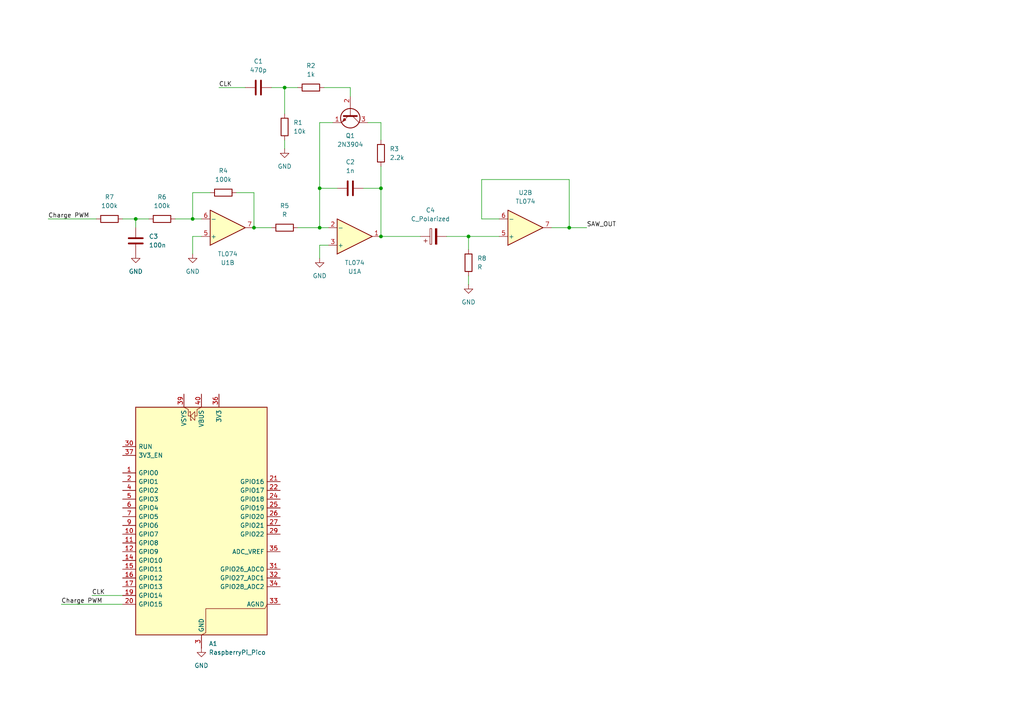
<source format=kicad_sch>
(kicad_sch (version 20250114) (generator "eeschema") (generator_version "9.0")
  (paper "A4")
  (lib_symbols
    (symbol "Amplifier_Operational:TL074" (pin_names (offset 0.127))
      (property "Reference" "U" (at 0 5.08 0))
      (property "Value" "TL074" (at 0 -5.08 0))
      (symbol "TL074_1_1"
        (polyline (pts (xy -5.08 5.08) (xy 5.08 0) (xy -5.08 -5.08) (xy -5.08 5.08)) (stroke (width 0.254)) (fill (type background)))
        (pin input line (at -7.62 2.54 0) (length 2.54) (name "+") (number "3"))
        (pin input line (at -7.62 -2.54 0) (length 2.54) (name "-") (number "2"))
        (pin output line (at 7.62 0 180) (length 2.54) (name "~") (number "1"))
      )
      (symbol "TL074_2_1"
        (polyline (pts (xy -5.08 5.08) (xy 5.08 0) (xy -5.08 -5.08) (xy -5.08 5.08)) (stroke (width 0.254)) (fill (type background)))
        (pin input line (at -7.62 2.54 0) (length 2.54) (name "+") (number "5"))
        (pin input line (at -7.62 -2.54 0) (length 2.54) (name "-") (number "6"))
        (pin output line (at 7.62 0 180) (length 2.54) (name "~") (number "7"))
      )
      (symbol "TL074_3_1"
        (polyline (pts (xy -5.08 5.08) (xy 5.08 0) (xy -5.08 -5.08) (xy -5.08 5.08)) (stroke (width 0.254)) (fill (type background)))
        (pin input line (at -7.62 2.54 0) (length 2.54) (name "+") (number "10"))
        (pin input line (at -7.62 -2.54 0) (length 2.54) (name "-") (number "9"))
        (pin output line (at 7.62 0 180) (length 2.54) (name "~") (number "8"))
      )
      (symbol "TL074_4_1"
        (polyline (pts (xy -5.08 5.08) (xy 5.08 0) (xy -5.08 -5.08) (xy -5.08 5.08)) (stroke (width 0.254)) (fill (type background)))
        (pin input line (at -7.62 2.54 0) (length 2.54) (name "+") (number "12"))
        (pin input line (at -7.62 -2.54 0) (length 2.54) (name "-") (number "13"))
        (pin output line (at 7.62 0 180) (length 2.54) (name "~") (number "14"))
      )
      (symbol "TL074_5_1"
        (pin power_in line (at -2.54 7.62 270) (length 3.81) (name "V+") (number "4"))
        (pin power_in line (at -2.54 -7.62 90) (length 3.81) (name "V-") (number "11"))
      )
    )
    (symbol "Device:C" (pin_numbers (hide yes)) (pin_names (offset 0.254))
      (property "Reference" "C" (at 0.635 2.54 0))
      (property "Value" "C" (at 0.635 -2.54 0))
      (symbol "C_0_1"
        (polyline (pts (xy -2.032 0.762) (xy 2.032 0.762)) (stroke (width 0.508)))
        (polyline (pts (xy -2.032 -0.762) (xy 2.032 -0.762)) (stroke (width 0.508)))
      )
      (symbol "C_1_1"
        (pin passive line (at 0 3.81 270) (length 2.794) (name "~") (number "1"))
        (pin passive line (at 0 -3.81 90) (length 2.794) (name "~") (number "2"))
      )
    )
    (symbol "Device:C_Polarized" (pin_numbers (hide yes)) (pin_names (offset 0.254))
      (property "Reference" "C" (at 0.635 2.54 0))
      (property "Value" "C_Polarized" (at 0.635 -2.54 0))
      (symbol "C_Polarized_0_1"
        (rectangle (start -2.286 0.508) (end 2.286 1.016))
        (polyline (pts (xy -1.778 2.286) (xy -0.762 2.286)))
        (polyline (pts (xy -1.27 2.794) (xy -1.27 1.778)))
        (rectangle (start 2.286 -0.508) (end -2.286 -1.016) (fill (type outline)))
      )
      (symbol "C_Polarized_1_1"
        (pin passive line (at 0 3.81 270) (length 2.794) (name "~") (number "1"))
        (pin passive line (at 0 -3.81 90) (length 2.794) (name "~") (number "2"))
      )
    )
    (symbol "Device:R" (pin_numbers (hide yes)) (pin_names (offset 0))
      (property "Reference" "R" (at 2.032 0 90))
      (property "Value" "R" (at 0 0 90))
      (symbol "R_0_1"
        (rectangle (start -1.016 -2.54) (end 1.016 2.54) (stroke (width 0.254)))
      )
      (symbol "R_1_1"
        (pin passive line (at 0 3.81 270) (length 1.27) (name "~") (number "1"))
        (pin passive line (at 0 -3.81 90) (length 1.27) (name "~") (number "2"))
      )
    )
    (symbol "MCU_Module:RaspberryPi_Pico" (pin_names (offset 0.762))
      (property "Reference" "A" (at -19.05 35.56 0))
      (property "Value" "RaspberryPi_Pico" (at 7.62 35.56 0))
      (symbol "RaspberryPi_Pico_0_1"
        (rectangle (start -19.05 34.29) (end 19.05 -31.75) (stroke (width 0.254)) (fill (type background)))
        (polyline (pts (xy -5.08 34.29) (xy -3.81 33.655) (xy -3.81 31.75) (xy -3.175 31.75)))
        (polyline (pts (xy -3.429 32.766) (xy -3.429 33.02) (xy -3.175 33.02) (xy -3.175 30.48) (xy -2.921 30.48) (xy -2.921 30.734)))
        (polyline (pts (xy -3.175 31.75) (xy -1.905 33.02) (xy -1.905 30.48) (xy -3.175 31.75)))
        (polyline (pts (xy 0 34.29) (xy -1.27 33.655) (xy -1.27 31.75) (xy -1.905 31.75)))
        (polyline (pts (xy 0 -31.75) (xy 1.27 -31.115) (xy 1.27 -24.13) (xy 18.415 -24.13) (xy 19.05 -22.86)))
      )
      (symbol "RaspberryPi_Pico_1_1"
        (pin passive line (at -22.86 22.86 0) (length 3.81) (name "RUN") (number "30"))
        (pin passive line (at -22.86 20.32 0) (length 3.81) (name "3V3_EN") (number "37"))
        (pin bidirectional line (at -22.86 15.24 0) (length 3.81) (name "GPIO0") (number "1"))
        (pin bidirectional line (at -22.86 12.7 0) (length 3.81) (name "GPIO1") (number "2"))
        (pin bidirectional line (at -22.86 10.16 0) (length 3.81) (name "GPIO2") (number "4"))
        (pin bidirectional line (at -22.86 7.62 0) (length 3.81) (name "GPIO3") (number "5"))
        (pin bidirectional line (at -22.86 5.08 0) (length 3.81) (name "GPIO4") (number "6"))
        (pin bidirectional line (at -22.86 2.54 0) (length 3.81) (name "GPIO5") (number "7"))
        (pin bidirectional line (at -22.86 0 0) (length 3.81) (name "GPIO6") (number "9"))
        (pin bidirectional line (at -22.86 -2.54 0) (length 3.81) (name "GPIO7") (number "10"))
        (pin bidirectional line (at -22.86 -5.08 0) (length 3.81) (name "GPIO8") (number "11"))
        (pin bidirectional line (at -22.86 -7.62 0) (length 3.81) (name "GPIO9") (number "12"))
        (pin bidirectional line (at -22.86 -10.16 0) (length 3.81) (name "GPIO10") (number "14"))
        (pin bidirectional line (at -22.86 -12.7 0) (length 3.81) (name "GPIO11") (number "15"))
        (pin bidirectional line (at -22.86 -15.24 0) (length 3.81) (name "GPIO12") (number "16"))
        (pin bidirectional line (at -22.86 -17.78 0) (length 3.81) (name "GPIO13") (number "17"))
        (pin bidirectional line (at -22.86 -20.32 0) (length 3.81) (name "GPIO14") (number "19"))
        (pin bidirectional line (at -22.86 -22.86 0) (length 3.81) (name "GPIO15") (number "20"))
        (pin power_in line (at -5.08 38.1 270) (length 3.81) (name "VSYS") (number "39"))
        (pin power_out line (at 0 38.1 270) (length 3.81) (name "VBUS") (number "40"))
        (pin passive line (at 0 -35.56 90) (length 3.81) (hide yes) (name "GND") (number "13"))
        (pin passive line (at 0 -35.56 90) (length 3.81) (hide yes) (name "GND") (number "18"))
        (pin passive line (at 0 -35.56 90) (length 3.81) (hide yes) (name "GND") (number "23"))
        (pin passive line (at 0 -35.56 90) (length 3.81) (hide yes) (name "GND") (number "28"))
        (pin power_out line (at 0 -35.56 90) (length 3.81) (name "GND") (number "3"))
        (pin passive line (at 0 -35.56 90) (length 3.81) (hide yes) (name "GND") (number "38"))
        (pin passive line (at 0 -35.56 90) (length 3.81) (hide yes) (name "GND") (number "8"))
        (pin power_out line (at 5.08 38.1 270) (length 3.81) (name "3V3") (number "36"))
        (pin bidirectional line (at 22.86 12.7 180) (length 3.81) (name "GPIO16") (number "21"))
        (pin bidirectional line (at 22.86 10.16 180) (length 3.81) (name "GPIO17") (number "22"))
        (pin bidirectional line (at 22.86 7.62 180) (length 3.81) (name "GPIO18") (number "24"))
        (pin bidirectional line (at 22.86 5.08 180) (length 3.81) (name "GPIO19") (number "25"))
        (pin bidirectional line (at 22.86 2.54 180) (length 3.81) (name "GPIO20") (number "26"))
        (pin bidirectional line (at 22.86 0 180) (length 3.81) (name "GPIO21") (number "27"))
        (pin bidirectional line (at 22.86 -2.54 180) (length 3.81) (name "GPIO22") (number "29"))
        (pin power_in line (at 22.86 -7.62 180) (length 3.81) (name "ADC_VREF") (number "35"))
        (pin bidirectional line (at 22.86 -12.7 180) (length 3.81) (name "GPIO26_ADC0") (number "31"))
        (pin bidirectional line (at 22.86 -15.24 180) (length 3.81) (name "GPIO27_ADC1") (number "32"))
        (pin bidirectional line (at 22.86 -17.78 180) (length 3.81) (name "GPIO28_ADC2") (number "34"))
        (pin power_out line (at 22.86 -22.86 180) (length 3.81) (name "AGND") (number "33"))
      )
    )
    (symbol "Transistor_BJT:2N3904" (pin_names (offset 0) (hide yes))
      (property "Reference" "Q" (at 5.08 1.905 0))
      (property "Value" "2N3904" (at 5.08 0 0))
      (symbol "2N3904_0_1"
        (polyline (pts (xy -2.54 0) (xy 0.635 0)))
        (polyline (pts (xy 0.635 1.905) (xy 0.635 -1.905)) (stroke (width 0.508)))
        (circle (center 1.27 0) (radius 2.8194) (stroke (width 0.254)))
      )
      (symbol "2N3904_1_1"
        (polyline (pts (xy 0.635 0.635) (xy 2.54 2.54)))
        (polyline (pts (xy 0.635 -0.635) (xy 2.54 -2.54)))
        (polyline (pts (xy 1.27 -1.778) (xy 1.778 -1.27) (xy 2.286 -2.286) (xy 1.27 -1.778)) (fill (type outline)))
        (pin input line (at -5.08 0 0) (length 2.54) (name "B") (number "2"))
        (pin passive line (at 2.54 5.08 270) (length 2.54) (name "C") (number "3"))
        (pin passive line (at 2.54 -5.08 90) (length 2.54) (name "E") (number "1"))
      )
    )
    (symbol "power:GND" (power) (pin_numbers (hide yes)) (pin_names (offset 0) (hide yes))
      (property "Value" "GND" (at 0 -3.81 0))
      (symbol "GND_0_1"
        (polyline (pts (xy 0 0) (xy 0 -1.27) (xy 1.27 -1.27) (xy 0 -2.54) (xy -1.27 -1.27) (xy 0 -1.27)))
      )
      (symbol "GND_1_1"
        (pin power_in line (at 0 0 270) (length 0) (name "~") (number "1"))
      )
    )
  )
  (junction (at 110.49 54.61))
  (junction (at 82.55 25.4))
  (junction (at 55.88 63.5))
  (junction (at 110.49 68.58))
  (junction (at 135.89 68.58))
  (junction (at 92.71 54.61))
  (junction (at 73.66 66.04))
  (junction (at 39.37 63.5))
  (junction (at 165.1 66.04))
  (junction (at 92.71 66.04))
  (wire (pts (xy 160.02 66.04) (xy 165.1 66.04)))
  (wire (pts (xy 82.55 25.4) (xy 82.55 33.02)))
  (wire (pts (xy 135.89 68.58) (xy 144.78 68.58)))
  (wire (pts (xy 92.71 71.12) (xy 92.71 74.93)))
  (wire (pts (xy 73.66 55.88) (xy 73.66 66.04)))
  (wire (pts (xy 86.36 66.04) (xy 92.71 66.04)))
  (wire (pts (xy 144.78 63.5) (xy 139.7 63.5)))
  (wire (pts (xy 73.66 66.04) (xy 78.74 66.04)))
  (wire (pts (xy 110.49 35.56) (xy 110.49 40.64)))
  (wire (pts (xy 17.78 175.26) (xy 35.56 175.26)))
  (wire (pts (xy 93.98 25.4) (xy 101.6 25.4)))
  (wire (pts (xy 55.88 55.88) (xy 55.88 63.5)))
  (wire (pts (xy 82.55 40.64) (xy 82.55 43.18)))
  (wire (pts (xy 13.97 63.5) (xy 27.94 63.5)))
  (wire (pts (xy 63.5 25.4) (xy 71.12 25.4)))
  (wire (pts (xy 92.71 35.56) (xy 92.71 54.61)))
  (wire (pts (xy 92.71 54.61) (xy 97.79 54.61)))
  (wire (pts (xy 35.56 63.5) (xy 39.37 63.5)))
  (wire (pts (xy 95.25 71.12) (xy 92.71 71.12)))
  (wire (pts (xy 135.89 68.58) (xy 135.89 72.39)))
  (wire (pts (xy 68.58 55.88) (xy 73.66 55.88)))
  (wire (pts (xy 139.7 52.07) (xy 165.1 52.07)))
  (wire (pts (xy 55.88 73.66) (xy 55.88 68.58)))
  (wire (pts (xy 50.8 63.5) (xy 55.88 63.5)))
  (wire (pts (xy 129.54 68.58) (xy 135.89 68.58)))
  (wire (pts (xy 26.67 172.72) (xy 35.56 172.72)))
  (wire (pts (xy 92.71 54.61) (xy 92.71 66.04)))
  (wire (pts (xy 139.7 63.5) (xy 139.7 52.07)))
  (wire (pts (xy 92.71 35.56) (xy 96.52 35.56)))
  (wire (pts (xy 110.49 54.61) (xy 110.49 68.58)))
  (wire (pts (xy 110.49 48.26) (xy 110.49 54.61)))
  (wire (pts (xy 39.37 63.5) (xy 43.18 63.5)))
  (wire (pts (xy 92.71 66.04) (xy 95.25 66.04)))
  (wire (pts (xy 55.88 68.58) (xy 58.42 68.58)))
  (wire (pts (xy 101.6 25.4) (xy 101.6 27.94)))
  (wire (pts (xy 82.55 25.4) (xy 86.36 25.4)))
  (wire (pts (xy 60.96 55.88) (xy 55.88 55.88)))
  (wire (pts (xy 55.88 63.5) (xy 58.42 63.5)))
  (wire (pts (xy 105.41 54.61) (xy 110.49 54.61)))
  (wire (pts (xy 110.49 68.58) (xy 121.92 68.58)))
  (wire (pts (xy 135.89 80.01) (xy 135.89 82.55)))
  (wire (pts (xy 165.1 52.07) (xy 165.1 66.04)))
  (wire (pts (xy 106.68 35.56) (xy 110.49 35.56)))
  (wire (pts (xy 78.74 25.4) (xy 82.55 25.4)))
  (wire (pts (xy 39.37 66.04) (xy 39.37 63.5)))
  (wire (pts (xy 165.1 66.04) (xy 170.18 66.04)))
  (label "SAW_OUT" (at 170.18 66.04 0))
  (label "CLK" (at 63.5 25.4 0))
  (label "Charge PWM" (at 13.97 63.5 0))
  (label "Charge PWM" (at 17.78 175.26 0))
  (label "CLK" (at 26.67 172.72 0))
  (symbol (lib_id "power:GND") (at 55.88 73.66 0) (unit 1)
    (property "Reference" "#PWR04" (effects (hide yes)))
    (property "Value" "GND" (at 55.88 78.74 0))
    (property "Description" "Power symbol creates a global label with name \"GND\" , ground" (effects (hide yes)))
  )
  (symbol (lib_id "power:GND") (at 39.37 73.66 0) (unit 1)
    (property "Reference" "#PWR05" (effects (hide yes)))
    (property "Value" "GND" (at 39.37 78.74 0))
    (property "Description" "Power symbol creates a global label with name \"GND\" , ground" (effects (hide yes)))
  )
  (symbol (lib_id "power:GND") (at 82.55 43.18 0) (unit 1)
    (property "Reference" "#PWR02" (effects (hide yes)))
    (property "Value" "GND" (at 82.55 48.26 0))
    (property "Description" "Power symbol creates a global label with name \"GND\" , ground" (effects (hide yes)))
  )
  (symbol (lib_id "Device:C_Polarized") (at 125.73 68.58 90) (unit 1)
    (property "Reference" "C4" (at 124.841 60.96 90))
    (property "Value" "C_Polarized" (at 124.841 63.5 90))
    (property "Description" "Polarized capacitor" (effects (hide yes)))
  )
  (symbol (lib_id "Amplifier_Operational:TL074") (at 152.4 66.04 0) (mirror x) (unit 2)
    (property "Reference" "U2" (at 152.4 55.88 0))
    (property "Value" "TL074" (at 152.4 58.42 0))
    (property "Datasheet" "http://www.ti.com/lit/ds/symlink/tl071.pdf" (effects (hide yes)))
    (property "Description" "Quad Low-Noise JFET-Input Operational Amplifiers, DIP-14/SOIC-14" (effects (hide yes)))
  )
  (symbol (lib_id "power:GND") (at 135.89 82.55 0) (unit 1)
    (property "Reference" "#PWR06" (effects (hide yes)))
    (property "Value" "GND" (at 135.89 87.63 0))
    (property "Description" "Power symbol creates a global label with name \"GND\" , ground" (effects (hide yes)))
  )
  (symbol (lib_id "Device:R") (at 135.89 76.2 0) (unit 1)
    (property "Reference" "R8" (at 138.43 74.9299 0) (effects (justify left)))
    (property "Value" "R" (at 138.43 77.4699 0) (effects (justify left)))
    (property "Description" "Resistor" (effects (hide yes)))
  )
  (symbol (lib_id "power:GND") (at 58.42 187.96 0) (unit 1)
    (property "Reference" "#PWR01" (effects (hide yes)))
    (property "Value" "GND" (at 58.42 193.04 0))
    (property "Description" "Power symbol creates a global label with name \"GND\" , ground" (effects (hide yes)))
  )
  (symbol (lib_id "Device:R") (at 46.99 63.5 90) (unit 1)
    (property "Reference" "R6" (at 46.99 57.15 90))
    (property "Value" "100k" (at 46.99 59.69 90))
    (property "Description" "Resistor" (effects (hide yes)))
  )
  (symbol (lib_id "Amplifier_Operational:TL074") (at 102.87 68.58 0) (mirror x) (unit 1)
    (property "Reference" "U1" (at 102.87 78.74 0))
    (property "Value" "TL074" (at 102.87 76.2 0))
    (property "Footprint" "Package_DIP:DIP-14_W7.62mm" (effects (hide yes)))
    (property "Datasheet" "http://www.ti.com/lit/ds/symlink/tl071.pdf" (effects (hide yes)))
    (property "Description" "Quad Low-Noise JFET-Input Operational Amplifiers, DIP-14/SOIC-14" (effects (hide yes)))
  )
  (symbol (lib_id "Device:R") (at 64.77 55.88 90) (unit 1)
    (property "Reference" "R4" (at 64.77 49.53 90))
    (property "Value" "100k" (at 64.77 52.07 90))
    (property "Description" "Resistor" (effects (hide yes)))
  )
  (symbol (lib_id "Device:R") (at 82.55 66.04 90) (unit 1)
    (property "Reference" "R5" (at 82.55 59.69 90))
    (property "Value" "R" (at 82.55 62.23 90))
    (property "Description" "Resistor" (effects (hide yes)))
  )
  (symbol (lib_id "Device:R") (at 82.55 36.83 0) (unit 1)
    (property "Reference" "R1" (at 85.09 35.5599 0) (effects (justify left)))
    (property "Value" "10k" (at 85.09 38.0999 0) (effects (justify left)))
    (property "Description" "Resistor" (effects (hide yes)))
  )
  (symbol (lib_id "Transistor_BJT:2N3904") (at 101.6 33.02 270) (unit 1)
    (property "Reference" "Q1" (at 101.6 39.37 90))
    (property "Value" "2N3904" (at 101.6 41.91 90))
    (property "Footprint" "Package_TO_SOT_THT:TO-92_Inline" (effects (hide yes)))
    (property "Datasheet" "https://www.onsemi.com/pub/Collateral/2N3903-D.PDF" (effects (hide yes)))
    (property "Description" "0.2A Ic, 40V Vce, Small Signal NPN Transistor, TO-92" (effects (hide yes)))
  )
  (symbol (lib_id "Device:C") (at 101.6 54.61 90) (unit 1)
    (property "Reference" "C2" (at 101.6 46.99 90))
    (property "Value" "1n" (at 101.6 49.53 90))
    (property "Description" "Unpolarized capacitor" (effects (hide yes)))
  )
  (symbol (lib_id "Device:R") (at 110.49 44.45 180) (unit 1)
    (property "Reference" "R3" (at 113.03 43.1799 0) (effects (justify right)))
    (property "Value" "2.2k" (at 113.03 45.7199 0) (effects (justify right)))
    (property "Description" "Resistor" (effects (hide yes)))
  )
  (symbol (lib_id "Device:R") (at 90.17 25.4 90) (unit 1)
    (property "Reference" "R2" (at 90.17 19.05 90))
    (property "Value" "1k" (at 90.17 21.59 90))
    (property "Description" "Resistor" (effects (hide yes)))
  )
  (symbol (lib_id "MCU_Module:RaspberryPi_Pico") (at 58.42 152.4 0) (unit 1)
    (property "Reference" "A1" (at 60.5633 186.69 0) (effects (justify left)))
    (property "Value" "RaspberryPi_Pico" (at 60.5633 189.23 0) (effects (justify left)))
    (property "Footprint" "Module:RaspberryPi_Pico_Common_Unspecified" (effects (hide yes)))
    (property "Datasheet" "https://datasheets.raspberrypi.com/pico/pico-datasheet.pdf" (effects (hide yes)))
    (property "Description" "Versatile and inexpensive microcontroller module powered by RP2040 dual-core Arm Cortex-M0+ processor up to 133 MHz, 264kB SRAM, 2MB QSPI flash; also supports Raspberry Pi Pico 2" (effects (hide yes)))
  )
  (symbol (lib_id "power:GND") (at 92.71 74.93 0) (unit 1)
    (property "Reference" "#PWR03" (effects (hide yes)))
    (property "Value" "GND" (at 92.71 80.01 0))
    (property "Description" "Power symbol creates a global label with name \"GND\" , ground" (effects (hide yes)))
  )
  (symbol (lib_id "Device:C") (at 39.37 69.85 0) (unit 1)
    (property "Reference" "C3" (at 43.18 68.5799 0) (effects (justify left)))
    (property "Value" "100n" (at 43.18 71.1199 0) (effects (justify left)))
    (property "Description" "Unpolarized capacitor" (effects (hide yes)))
  )
  (symbol (lib_id "Device:C") (at 74.93 25.4 90) (unit 1)
    (property "Reference" "C1" (at 74.93 17.78 90))
    (property "Value" "470p" (at 74.93 20.32 90))
    (property "Description" "Unpolarized capacitor" (effects (hide yes)))
  )
  (symbol (lib_id "Device:R") (at 31.75 63.5 90) (unit 1)
    (property "Reference" "R7" (at 31.75 57.15 90))
    (property "Value" "100k" (at 31.75 59.69 90))
    (property "Description" "Resistor" (effects (hide yes)))
  )
  (symbol (lib_id "Amplifier_Operational:TL074") (at 66.04 66.04 0) (mirror x) (unit 2)
    (property "Reference" "U1" (at 66.04 76.2 0))
    (property "Value" "TL074" (at 66.04 73.66 0))
    (property "Footprint" "Package_DIP:DIP-14_W7.62mm" (effects (hide yes)))
    (property "Datasheet" "http://www.ti.com/lit/ds/symlink/tl071.pdf" (effects (hide yes)))
    (property "Description" "Quad Low-Noise JFET-Input Operational Amplifiers, DIP-14/SOIC-14" (effects (hide yes)))
  )
)
</source>
